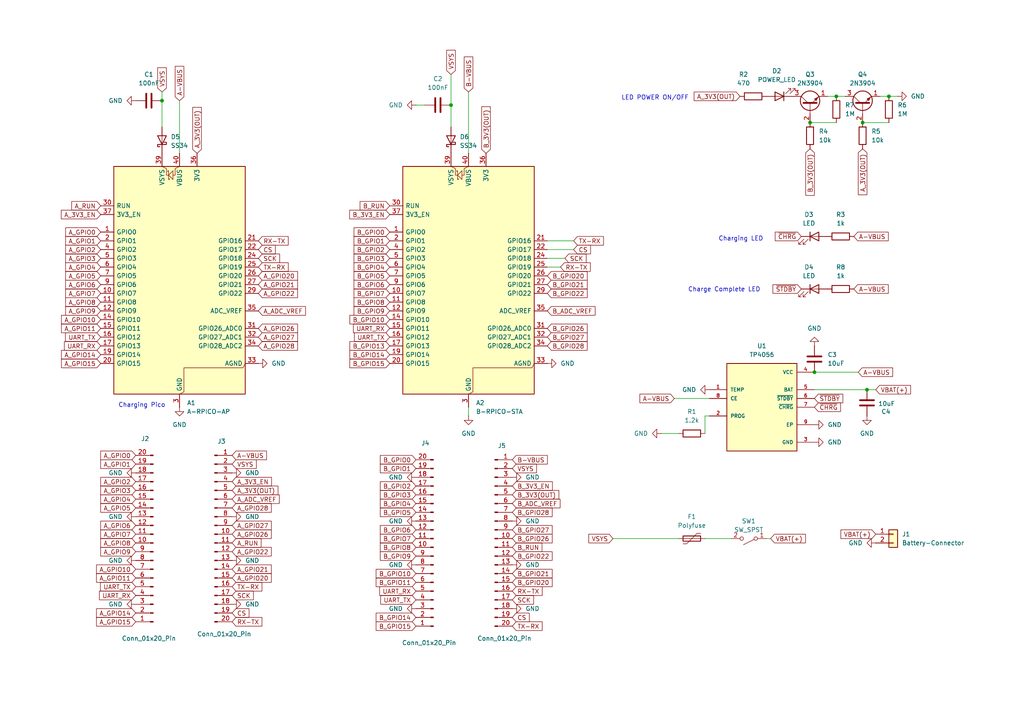
<source format=kicad_sch>
(kicad_sch (version 20250114) (generator "eeschema") (generator_version "9.0")
  (paper "A4")
  (lib_symbols
    (symbol "Connector:Conn_01x20_Pin" (pin_names (offset 1.016) (hide yes))
      (property "Reference" "J" (at 0 25.4 0))
      (property "Value" "Conn_01x20_Pin" (at 0 -27.94 0))
      (symbol "Conn_01x20_Pin_1_1"
        (pin passive line (at 5.08 22.86 180) (length 3.81) (name "Pin_1") (number "1"))
        (pin passive line (at 5.08 20.32 180) (length 3.81) (name "Pin_2") (number "2"))
        (pin passive line (at 5.08 17.78 180) (length 3.81) (name "Pin_3") (number "3"))
        (pin passive line (at 5.08 15.24 180) (length 3.81) (name "Pin_4") (number "4"))
        (pin passive line (at 5.08 12.7 180) (length 3.81) (name "Pin_5") (number "5"))
        (pin passive line (at 5.08 10.16 180) (length 3.81) (name "Pin_6") (number "6"))
        (pin passive line (at 5.08 7.62 180) (length 3.81) (name "Pin_7") (number "7"))
        (pin passive line (at 5.08 5.08 180) (length 3.81) (name "Pin_8") (number "8"))
        (pin passive line (at 5.08 2.54 180) (length 3.81) (name "Pin_9") (number "9"))
        (pin passive line (at 5.08 0 180) (length 3.81) (name "Pin_10") (number "10"))
        (pin passive line (at 5.08 -2.54 180) (length 3.81) (name "Pin_11") (number "11"))
        (pin passive line (at 5.08 -5.08 180) (length 3.81) (name "Pin_12") (number "12"))
        (pin passive line (at 5.08 -7.62 180) (length 3.81) (name "Pin_13") (number "13"))
        (pin passive line (at 5.08 -10.16 180) (length 3.81) (name "Pin_14") (number "14"))
        (pin passive line (at 5.08 -12.7 180) (length 3.81) (name "Pin_15") (number "15"))
        (pin passive line (at 5.08 -15.24 180) (length 3.81) (name "Pin_16") (number "16"))
        (pin passive line (at 5.08 -17.78 180) (length 3.81) (name "Pin_17") (number "17"))
        (pin passive line (at 5.08 -20.32 180) (length 3.81) (name "Pin_18") (number "18"))
        (pin passive line (at 5.08 -22.86 180) (length 3.81) (name "Pin_19") (number "19"))
        (pin passive line (at 5.08 -25.4 180) (length 3.81) (name "Pin_20") (number "20"))
      )
    )
    (symbol "Connector_Generic:Conn_01x02" (pin_names (offset 1.016) (hide yes))
      (property "Reference" "J1" (at 2.54 0.0001 0))
      (property "Value" "Battery-Connector" (at 2.54 -2.5399 0))
      (symbol "Conn_01x02_1_1"
        (pin bidirectional line (at -5.08 0 0) (length 3.81) (name "Pin_1") (number "1"))
        (pin passive line (at -5.08 -2.54 0) (length 3.81) (name "Pin_2") (number "2"))
      )
    )
    (symbol "Device:C" (pin_numbers (hide yes)) (pin_names (offset 0.254))
      (property "Reference" "C" (at 0.635 2.54 0))
      (property "Value" "C" (at 0.635 -2.54 0))
      (symbol "C_1_1"
        (pin passive line (at 0 3.81 270) (length 2.794) (name "~") (number "1"))
        (pin passive line (at 0 -3.81 90) (length 2.794) (name "~") (number "2"))
      )
    )
    (symbol "Device:LED" (pin_numbers (hide yes)) (pin_names (offset 1.016) (hide yes))
      (property "Reference" "D" (at 0 2.54 0))
      (property "Value" "LED" (at 0 -2.54 0))
      (symbol "LED_1_1"
        (pin passive line (at -3.81 0 0) (length 2.54) (name "K") (number "1"))
        (pin passive line (at 3.81 0 180) (length 2.54) (name "A") (number "2"))
      )
    )
    (symbol "Device:Polyfuse" (pin_numbers (hide yes)) (pin_names (offset 0))
      (property "Reference" "F" (at -2.54 0 90))
      (property "Value" "Polyfuse" (at 2.54 0 90))
      (symbol "Polyfuse_1_1"
        (pin passive line (at 0 3.81 270) (length 1.27) (name "~") (number "1"))
        (pin passive line (at 0 -3.81 90) (length 1.27) (name "~") (number "2"))
      )
    )
    (symbol "Device:R" (pin_numbers (hide yes)) (pin_names (offset 0))
      (property "Reference" "R" (at 2.032 0 90))
      (property "Value" "R" (at 0 0 90))
      (symbol "R_1_1"
        (pin passive line (at 0 3.81 270) (length 1.27) (name "~") (number "1"))
        (pin passive line (at 0 -3.81 90) (length 1.27) (name "~") (number "2"))
      )
    )
    (symbol "Diode:SS34" (pin_numbers (hide yes)) (pin_names (offset 1.016) (hide yes))
      (property "Reference" "D" (at 0 2.54 0))
      (property "Value" "SS34" (at 0 -2.54 0))
      (symbol "SS34_1_1"
        (pin passive line (at -3.81 0 0) (length 2.54) (name "K") (number "1"))
        (pin passive line (at 3.81 0 180) (length 2.54) (name "A") (number "2"))
      )
    )
    (symbol "MCU_Module:RaspberryPi_Pico" (pin_names (offset 0.762))
      (property "Reference" "A2" (at 2.1433 -34.29 0))
      (property "Value" "B-RPICO-STA" (at 2.1433 -36.83 0))
      (symbol "RaspberryPi_Pico_1_1"
        (pin passive line (at -22.86 22.86 0) (length 3.81) (name "RUN") (number "30"))
        (pin passive line (at -22.86 20.32 0) (length 3.81) (name "3V3_EN") (number "37"))
        (pin bidirectional line (at -22.86 15.24 0) (length 3.81) (name "GPIO0") (number "1"))
        (pin bidirectional line (at -22.86 12.7 0) (length 3.81) (name "GPIO1") (number "2"))
        (pin bidirectional line (at -22.86 10.16 0) (length 3.81) (name "GPIO2") (number "4"))
        (pin bidirectional line (at -22.86 7.62 0) (length 3.81) (name "GPIO3") (number "5"))
        (pin bidirectional line (at -22.86 5.08 0) (length 3.81) (name "GPIO4") (number "6"))
        (pin bidirectional line (at -22.86 2.54 0) (length 3.81) (name "GPIO5") (number "7"))
        (pin bidirectional line (at -22.86 0 0) (length 3.81) (name "GPIO6") (number "9"))
        (pin bidirectional line (at -22.86 -2.54 0) (length 3.81) (name "GPIO7") (number "10"))
        (pin bidirectional line (at -22.86 -5.08 0) (length 3.81) (name "GPIO8") (number "11"))
        (pin bidirectional line (at -22.86 -7.62 0) (length 3.81) (name "GPIO9") (number "12"))
        (pin bidirectional line (at -22.86 -10.16 0) (length 3.81) (name "GPIO10") (number "14"))
        (pin bidirectional line (at -22.86 -12.7 0) (length 3.81) (name "GPIO11") (number "15"))
        (pin bidirectional line (at -22.86 -15.24 0) (length 3.81) (name "GPIO12") (number "16"))
        (pin bidirectional line (at -22.86 -17.78 0) (length 3.81) (name "GPIO13") (number "17"))
        (pin bidirectional line (at -22.86 -20.32 0) (length 3.81) (name "GPIO14") (number "19"))
        (pin bidirectional line (at -22.86 -22.86 0) (length 3.81) (name "GPIO15") (number "20"))
        (pin passive line (at -5.08 38.1 270) (length 3.81) (name "VSYS") (number "39"))
        (pin power_out line (at 0 38.1 270) (length 3.81) (name "VBUS") (number "40"))
        (pin passive line (at 0 -35.56 90) (length 3.81) (hide yes) (name "GND") (number "13"))
        (pin passive line (at 0 -35.56 90) (length 3.81) (hide yes) (name "GND") (number "18"))
        (pin passive line (at 0 -35.56 90) (length 3.81) (hide yes) (name "GND") (number "23"))
        (pin passive line (at 0 -35.56 90) (length 3.81) (hide yes) (name "GND") (number "28"))
        (pin passive line (at 0 -35.56 90) (length 3.81) (name "GND") (number "3"))
        (pin passive line (at 0 -35.56 90) (length 3.81) (hide yes) (name "GND") (number "38"))
        (pin passive line (at 0 -35.56 90) (length 3.81) (hide yes) (name "GND") (number "8"))
        (pin power_out line (at 5.08 38.1 270) (length 3.81) (name "3V3") (number "36"))
        (pin bidirectional line (at 22.86 12.7 180) (length 3.81) (name "GPIO16") (number "21"))
        (pin bidirectional line (at 22.86 10.16 180) (length 3.81) (name "GPIO17") (number "22"))
        (pin bidirectional line (at 22.86 7.62 180) (length 3.81) (name "GPIO18") (number "24"))
        (pin bidirectional line (at 22.86 5.08 180) (length 3.81) (name "GPIO19") (number "25"))
        (pin bidirectional line (at 22.86 2.54 180) (length 3.81) (name "GPIO20") (number "26"))
        (pin bidirectional line (at 22.86 0 180) (length 3.81) (name "GPIO21") (number "27"))
        (pin bidirectional line (at 22.86 -2.54 180) (length 3.81) (name "GPIO22") (number "29"))
        (pin passive line (at 22.86 -7.62 180) (length 3.81) (name "ADC_VREF") (number "35"))
        (pin bidirectional line (at 22.86 -12.7 180) (length 3.81) (name "GPIO26_ADC0") (number "31"))
        (pin bidirectional line (at 22.86 -15.24 180) (length 3.81) (name "GPIO27_ADC1") (number "32"))
        (pin bidirectional line (at 22.86 -17.78 180) (length 3.81) (name "GPIO28_ADC2") (number "34"))
        (pin passive line (at 22.86 -22.86 180) (length 3.81) (name "AGND") (number "33"))
      )
    )
    (symbol "RaspberryPi_Pico_1" (pin_names (offset 0.762))
      (property "Reference" "A1" (at 2.1433 -34.29 0))
      (property "Value" "A-RPICO-AP" (at 2.1433 -36.83 0))
      (symbol "RaspberryPi_Pico_1_1_1"
        (pin passive line (at -22.86 22.86 0) (length 3.81) (name "RUN") (number "30"))
        (pin passive line (at -22.86 20.32 0) (length 3.81) (name "3V3_EN") (number "37"))
        (pin bidirectional line (at -22.86 15.24 0) (length 3.81) (name "GPIO0") (number "1"))
        (pin bidirectional line (at -22.86 12.7 0) (length 3.81) (name "GPIO1") (number "2"))
        (pin bidirectional line (at -22.86 10.16 0) (length 3.81) (name "GPIO2") (number "4"))
        (pin bidirectional line (at -22.86 7.62 0) (length 3.81) (name "GPIO3") (number "5"))
        (pin bidirectional line (at -22.86 5.08 0) (length 3.81) (name "GPIO4") (number "6"))
        (pin bidirectional line (at -22.86 2.54 0) (length 3.81) (name "GPIO5") (number "7"))
        (pin bidirectional line (at -22.86 0 0) (length 3.81) (name "GPIO6") (number "9"))
        (pin bidirectional line (at -22.86 -2.54 0) (length 3.81) (name "GPIO7") (number "10"))
        (pin bidirectional line (at -22.86 -5.08 0) (length 3.81) (name "GPIO8") (number "11"))
        (pin bidirectional line (at -22.86 -7.62 0) (length 3.81) (name "GPIO9") (number "12"))
        (pin bidirectional line (at -22.86 -10.16 0) (length 3.81) (name "GPIO10") (number "14"))
        (pin bidirectional line (at -22.86 -12.7 0) (length 3.81) (name "GPIO11") (number "15"))
        (pin bidirectional line (at -22.86 -15.24 0) (length 3.81) (name "GPIO12") (number "16"))
        (pin bidirectional line (at -22.86 -17.78 0) (length 3.81) (name "GPIO13") (number "17"))
        (pin bidirectional line (at -22.86 -20.32 0) (length 3.81) (name "GPIO14") (number "19"))
        (pin bidirectional line (at -22.86 -22.86 0) (length 3.81) (name "GPIO15") (number "20"))
        (pin passive line (at -5.08 38.1 270) (length 3.81) (name "VSYS") (number "39"))
        (pin power_out line (at 0 38.1 270) (length 3.81) (name "VBUS") (number "40"))
        (pin passive line (at 0 -35.56 90) (length 3.81) (hide yes) (name "GND") (number "13"))
        (pin passive line (at 0 -35.56 90) (length 3.81) (hide yes) (name "GND") (number "18"))
        (pin passive line (at 0 -35.56 90) (length 3.81) (hide yes) (name "GND") (number "23"))
        (pin passive line (at 0 -35.56 90) (length 3.81) (hide yes) (name "GND") (number "28"))
        (pin passive line (at 0 -35.56 90) (length 3.81) (name "GND") (number "3"))
        (pin passive line (at 0 -35.56 90) (length 3.81) (hide yes) (name "GND") (number "38"))
        (pin passive line (at 0 -35.56 90) (length 3.81) (hide yes) (name "GND") (number "8"))
        (pin power_out line (at 5.08 38.1 270) (length 3.81) (name "3V3") (number "36"))
        (pin bidirectional line (at 22.86 12.7 180) (length 3.81) (name "GPIO16") (number "21"))
        (pin bidirectional line (at 22.86 10.16 180) (length 3.81) (name "GPIO17") (number "22"))
        (pin bidirectional line (at 22.86 7.62 180) (length 3.81) (name "GPIO18") (number "24"))
        (pin bidirectional line (at 22.86 5.08 180) (length 3.81) (name "GPIO19") (number "25"))
        (pin bidirectional line (at 22.86 2.54 180) (length 3.81) (name "GPIO20") (number "26"))
        (pin bidirectional line (at 22.86 0 180) (length 3.81) (name "GPIO21") (number "27"))
        (pin bidirectional line (at 22.86 -2.54 180) (length 3.81) (name "GPIO22") (number "29"))
        (pin passive line (at 22.86 -7.62 180) (length 3.81) (name "ADC_VREF") (number "35"))
        (pin bidirectional line (at 22.86 -12.7 180) (length 3.81) (name "GPIO26_ADC0") (number "31"))
        (pin bidirectional line (at 22.86 -15.24 180) (length 3.81) (name "GPIO27_ADC1") (number "32"))
        (pin bidirectional line (at 22.86 -17.78 180) (length 3.81) (name "GPIO28_ADC2") (number "34"))
        (pin passive line (at 22.86 -22.86 180) (length 3.81) (name "AGND") (number "33"))
      )
    )
    (symbol "Switch:SW_SPST" (pin_names (offset 0) (hide yes))
      (property "Reference" "SW" (at 0 3.175 0))
      (property "Value" "SW_SPST" (at 0 -2.54 0))
      (symbol "SW_SPST_1_1"
        (pin passive line (at -5.08 0 0) (length 2.54) (name "A") (number "1"))
        (pin passive line (at 5.08 0 180) (length 2.54) (name "B") (number "2"))
      )
    )
    (symbol "TP4056:TP4056" (pin_names (offset 1.016))
      (property "Reference" "U" (at -10.16 13.208 0))
      (property "Value" "TP4056" (at -10.16 -15.24 0))
      (symbol "TP4056_0_0"
        (pin input line (at -15.24 5.08 0) (length 5.08) (name "TEMP") (number "1"))
        (pin input line (at -15.24 2.54 0) (length 5.08) (name "CE") (number "8"))
        (pin bidirectional line (at -15.24 -2.54 0) (length 5.08) (name "PROG") (number "2"))
        (pin power_in line (at 15.24 10.16 180) (length 5.08) (name "VCC") (number "4"))
        (pin output line (at 15.24 5.08 180) (length 5.08) (name "BAT") (number "5"))
        (pin output line (at 15.24 2.54 180) (length 5.08) (name "~{STDBY}") (number "6"))
        (pin output line (at 15.24 0 180) (length 5.08) (name "~{CHRG}") (number "7"))
        (pin passive line (at 15.24 -5.08 180) (length 5.08) (name "EP") (number "9"))
        (pin power_in line (at 15.24 -10.16 180) (length 5.08) (name "GND") (number "3"))
      )
    )
    (symbol "Transistor_BJT:2N3904" (pin_names (offset 0) (hide yes))
      (property "Reference" "Q" (at 5.08 1.905 0))
      (property "Value" "2N3904" (at 5.08 0 0))
      (symbol "2N3904_1_1"
        (pin input line (at -5.08 0 0) (length 2.54) (name "B") (number "2"))
        (pin passive line (at 2.54 5.08 270) (length 2.54) (name "C") (number "3"))
        (pin passive line (at 2.54 -5.08 90) (length 2.54) (name "E") (number "1"))
      )
    )
    (symbol "power:GND" (power) (pin_numbers (hide yes)) (pin_names (offset 0) (hide yes))
      (property "Value" "GND" (at 0 -3.81 0))
      (symbol "GND_1_1"
        (pin power_in line (at 0 0 270) (length 0) (name "~") (number "1"))
      )
    )
  )
  (text "Charging Pico\n" (at 41.148 117.602 0) (effects (font (size 1.27 1.27))))
  (text "Charge Complete LED" (at 210.058 84.074 0) (effects (font (size 1.27 1.27))))
  (text "LED POWER ON/OFF\n" (at 189.992 28.448 0) (effects (font (size 1.27 1.27))))
  (text "Charging LED" (at 214.884 69.342 0) (effects (font (size 1.27 1.27))))
  (junction (at 251.46 113.03))
  (junction (at 242.57 27.94))
  (junction (at 236.22 107.95))
  (junction (at 234.95 35.56))
  (junction (at 257.81 27.94))
  (junction (at 250.19 35.56))
  (junction (at 130.81 30.48))
  (junction (at 46.99 29.21))
  (wire (pts (xy 191.77 125.73) (xy 196.85 125.73)))
  (wire (pts (xy 158.75 74.93) (xy 163.83 74.93)))
  (wire (pts (xy 46.99 29.21) (xy 46.99 36.83)))
  (wire (pts (xy 236.22 113.03) (xy 251.46 113.03)))
  (wire (pts (xy 46.99 26.67) (xy 46.99 29.21)))
  (wire (pts (xy 242.57 27.94) (xy 240.03 27.94)))
  (wire (pts (xy 130.81 21.59) (xy 130.81 30.48)))
  (wire (pts (xy 250.19 35.56) (xy 257.81 35.56)))
  (wire (pts (xy 158.75 69.85) (xy 166.37 69.85)))
  (wire (pts (xy 245.11 27.94) (xy 242.57 27.94)))
  (wire (pts (xy 248.92 107.95) (xy 236.22 107.95)))
  (wire (pts (xy 158.75 77.47) (xy 162.56 77.47)))
  (wire (pts (xy 158.75 72.39) (xy 166.37 72.39)))
  (wire (pts (xy 204.47 125.73) (xy 204.47 120.65)))
  (wire (pts (xy 130.81 30.48) (xy 130.81 36.83)))
  (wire (pts (xy 251.46 113.03) (xy 254 113.03)))
  (wire (pts (xy 52.07 29.21) (xy 52.07 44.45)))
  (wire (pts (xy 222.25 156.21) (xy 223.52 156.21)))
  (wire (pts (xy 120.65 30.48) (xy 123.19 30.48)))
  (wire (pts (xy 204.47 156.21) (xy 212.09 156.21)))
  (wire (pts (xy 195.58 115.57) (xy 205.74 115.57)))
  (wire (pts (xy 234.95 35.56) (xy 242.57 35.56)))
  (wire (pts (xy 177.8 156.21) (xy 196.85 156.21)))
  (wire (pts (xy 135.89 26.67) (xy 135.89 44.45)))
  (wire (pts (xy 135.89 120.65) (xy 135.89 118.11)))
  (wire (pts (xy 204.47 120.65) (xy 205.74 120.65)))
  (wire (pts (xy 257.81 27.94) (xy 255.27 27.94)))
  (wire (pts (xy 260.35 27.94) (xy 257.81 27.94)))
  (global_label "RX-TX" (shape input) (at 162.56 77.47 0) (property "Intersheetrefs" "${INTERSHEET_REFS}" (effects (hide yes))))
  (global_label "A_GPIO1" (shape input) (at 39.37 134.62 180) (property "Intersheetrefs" "${INTERSHEET_REFS}" (effects (hide yes))))
  (global_label "A_GPIO0" (shape input) (at 39.37 132.08 180) (property "Intersheetrefs" "${INTERSHEET_REFS}" (effects (hide yes))))
  (global_label "B_GPIO4" (shape input) (at 113.03 77.47 180) (property "Intersheetrefs" "${INTERSHEET_REFS}" (effects (hide yes))))
  (global_label "A_GPIO5" (shape input) (at 39.37 147.32 180) (property "Intersheetrefs" "${INTERSHEET_REFS}" (effects (hide yes))))
  (global_label "B_RUN" (shape input) (at 148.59 158.75 0) (property "Intersheetrefs" "${INTERSHEET_REFS}" (effects (hide yes))))
  (global_label "A_3V3(OUT)" (shape input) (at 250.19 43.18 270) (property "Intersheetrefs" "${INTERSHEET_REFS}" (effects (hide yes))))
  (global_label "UART_TX" (shape input) (at 29.21 97.79 180) (property "Intersheetrefs" "${INTERSHEET_REFS}" (effects (hide yes))))
  (global_label "B_GPIO2" (shape input) (at 113.03 72.39 180) (property "Intersheetrefs" "${INTERSHEET_REFS}" (effects (hide yes))))
  (global_label "B_GPIO15" (shape input) (at 113.03 105.41 180) (property "Intersheetrefs" "${INTERSHEET_REFS}" (effects (hide yes))))
  (global_label "B_GPIO21" (shape input) (at 148.59 166.37 0) (property "Intersheetrefs" "${INTERSHEET_REFS}" (effects (hide yes))))
  (global_label "CS" (shape input) (at 166.37 72.39 0) (property "Intersheetrefs" "${INTERSHEET_REFS}" (effects (hide yes))))
  (global_label "A_GPIO11" (shape input) (at 39.37 167.64 180) (property "Intersheetrefs" "${INTERSHEET_REFS}" (effects (hide yes))))
  (global_label "~{CHRG}" (shape input) (at 236.22 118.11 0) (property "Intersheetrefs" "${INTERSHEET_REFS}" (effects (hide yes))))
  (global_label "B_GPIO8" (shape input) (at 113.03 87.63 180) (property "Intersheetrefs" "${INTERSHEET_REFS}" (effects (hide yes))))
  (global_label "A_GPIO6" (shape input) (at 39.37 152.4 180) (property "Intersheetrefs" "${INTERSHEET_REFS}" (effects (hide yes))))
  (global_label "B_GPIO27" (shape input) (at 158.75 97.79 0) (property "Intersheetrefs" "${INTERSHEET_REFS}" (effects (hide yes))))
  (global_label "SCK" (shape input) (at 148.59 173.99 0) (property "Intersheetrefs" "${INTERSHEET_REFS}" (effects (hide yes))))
  (global_label "A_ADC_VREF" (shape input) (at 74.93 90.17 0) (property "Intersheetrefs" "${INTERSHEET_REFS}" (effects (hide yes))))
  (global_label "B_GPIO7" (shape input) (at 113.03 85.09 180) (property "Intersheetrefs" "${INTERSHEET_REFS}" (effects (hide yes))))
  (global_label "VBAT(+)" (shape input) (at 254 113.03 0) (property "Intersheetrefs" "${INTERSHEET_REFS}" (effects (hide yes))))
  (global_label "A_GPIO3" (shape input) (at 39.37 142.24 180) (property "Intersheetrefs" "${INTERSHEET_REFS}" (effects (hide yes))))
  (global_label "~{STDBY}" (shape input) (at 232.41 83.82 180) (property "Intersheetrefs" "${INTERSHEET_REFS}" (effects (hide yes))))
  (global_label "B_RUN" (shape input) (at 113.03 59.69 180) (property "Intersheetrefs" "${INTERSHEET_REFS}" (effects (hide yes))))
  (global_label "VSYS" (shape input) (at 130.81 21.59 90) (property "Intersheetrefs" "${INTERSHEET_REFS}" (effects (hide yes))))
  (global_label "A_GPIO22" (shape input) (at 67.31 160.02 0) (property "Intersheetrefs" "${INTERSHEET_REFS}" (effects (hide yes))))
  (global_label "SCK" (shape input) (at 74.93 74.93 0) (property "Intersheetrefs" "${INTERSHEET_REFS}" (effects (hide yes))))
  (global_label "B_GPIO14" (shape input) (at 113.03 102.87 180) (property "Intersheetrefs" "${INTERSHEET_REFS}" (effects (hide yes))))
  (global_label "TX-RX" (shape input) (at 74.93 77.47 0) (property "Intersheetrefs" "${INTERSHEET_REFS}" (effects (hide yes))))
  (global_label "B_GPIO28" (shape input) (at 158.75 100.33 0) (property "Intersheetrefs" "${INTERSHEET_REFS}" (effects (hide yes))))
  (global_label "A_RUN" (shape input) (at 29.21 59.69 180) (property "Intersheetrefs" "${INTERSHEET_REFS}" (effects (hide yes))))
  (global_label "B_GPIO2" (shape input) (at 120.65 140.97 180) (property "Intersheetrefs" "${INTERSHEET_REFS}" (effects (hide yes))))
  (global_label "UART_TX" (shape input) (at 120.65 173.99 180) (property "Intersheetrefs" "${INTERSHEET_REFS}" (effects (hide yes))))
  (global_label "A_GPIO6" (shape input) (at 29.21 82.55 180) (property "Intersheetrefs" "${INTERSHEET_REFS}" (effects (hide yes))))
  (global_label "A_GPIO15" (shape input) (at 39.37 180.34 180) (property "Intersheetrefs" "${INTERSHEET_REFS}" (effects (hide yes))))
  (global_label "B_GPIO13" (shape input) (at 113.03 100.33 180) (property "Intersheetrefs" "${INTERSHEET_REFS}" (effects (hide yes))))
  (global_label "B_GPIO10" (shape input) (at 113.03 92.71 180) (property "Intersheetrefs" "${INTERSHEET_REFS}" (effects (hide yes))))
  (global_label "B_ADC_VREF" (shape input) (at 158.75 90.17 0) (property "Intersheetrefs" "${INTERSHEET_REFS}" (effects (hide yes))))
  (global_label "A_GPIO26" (shape input) (at 67.31 154.94 0) (property "Intersheetrefs" "${INTERSHEET_REFS}" (effects (hide yes))))
  (global_label "B_GPIO4" (shape input) (at 120.65 146.05 180) (property "Intersheetrefs" "${INTERSHEET_REFS}" (effects (hide yes))))
  (global_label "SCK" (shape input) (at 67.31 172.72 0) (property "Intersheetrefs" "${INTERSHEET_REFS}" (effects (hide yes))))
  (global_label "B_GPIO6" (shape input) (at 113.03 82.55 180) (property "Intersheetrefs" "${INTERSHEET_REFS}" (effects (hide yes))))
  (global_label "A_3V3(OUT)" (shape input) (at 57.15 44.45 90) (property "Intersheetrefs" "${INTERSHEET_REFS}" (effects (hide yes))))
  (global_label "A_GPIO22" (shape input) (at 74.93 85.09 0) (property "Intersheetrefs" "${INTERSHEET_REFS}" (effects (hide yes))))
  (global_label "B_GPIO26" (shape input) (at 148.59 156.21 0) (property "Intersheetrefs" "${INTERSHEET_REFS}" (effects (hide yes))))
  (global_label "A_GPIO15" (shape input) (at 29.21 105.41 180) (property "Intersheetrefs" "${INTERSHEET_REFS}" (effects (hide yes))))
  (global_label "~{STDBY}" (shape input) (at 236.22 115.57 0) (property "Intersheetrefs" "${INTERSHEET_REFS}" (effects (hide yes))))
  (global_label "TX-RX" (shape input) (at 148.59 181.61 0) (property "Intersheetrefs" "${INTERSHEET_REFS}" (effects (hide yes))))
  (global_label "A_GPIO3" (shape input) (at 29.21 74.93 180) (property "Intersheetrefs" "${INTERSHEET_REFS}" (effects (hide yes))))
  (global_label "B_GPIO3" (shape input) (at 113.03 74.93 180) (property "Intersheetrefs" "${INTERSHEET_REFS}" (effects (hide yes))))
  (global_label "B_GPIO9" (shape input) (at 120.65 161.29 180) (property "Intersheetrefs" "${INTERSHEET_REFS}" (effects (hide yes))))
  (global_label "A_GPIO7" (shape input) (at 29.21 85.09 180) (property "Intersheetrefs" "${INTERSHEET_REFS}" (effects (hide yes))))
  (global_label "A_GPIO4" (shape input) (at 39.37 144.78 180) (property "Intersheetrefs" "${INTERSHEET_REFS}" (effects (hide yes))))
  (global_label "A_GPIO9" (shape input) (at 29.21 90.17 180) (property "Intersheetrefs" "${INTERSHEET_REFS}" (effects (hide yes))))
  (global_label "B_3V3_EN" (shape input) (at 113.03 62.23 180) (property "Intersheetrefs" "${INTERSHEET_REFS}" (effects (hide yes))))
  (global_label "A-VBUS" (shape input) (at 67.31 132.08 0) (property "Intersheetrefs" "${INTERSHEET_REFS}" (effects (hide yes))))
  (global_label "B_3V3(OUT)" (shape input) (at 234.95 43.18 270) (property "Intersheetrefs" "${INTERSHEET_REFS}" (effects (hide yes))))
  (global_label "CS" (shape input) (at 74.93 72.39 0) (property "Intersheetrefs" "${INTERSHEET_REFS}" (effects (hide yes))))
  (global_label "B_GPIO21" (shape input) (at 158.75 82.55 0) (property "Intersheetrefs" "${INTERSHEET_REFS}" (effects (hide yes))))
  (global_label "B_GPIO20" (shape input) (at 158.75 80.01 0) (property "Intersheetrefs" "${INTERSHEET_REFS}" (effects (hide yes))))
  (global_label "B_GPIO10" (shape input) (at 120.65 166.37 180) (property "Intersheetrefs" "${INTERSHEET_REFS}" (effects (hide yes))))
  (global_label "B_GPIO0" (shape input) (at 120.65 133.35 180) (property "Intersheetrefs" "${INTERSHEET_REFS}" (effects (hide yes))))
  (global_label "A_3V3_EN" (shape input) (at 67.31 139.7 0) (property "Intersheetrefs" "${INTERSHEET_REFS}" (effects (hide yes))))
  (global_label "UART_RX" (shape input) (at 120.65 171.45 180) (property "Intersheetrefs" "${INTERSHEET_REFS}" (effects (hide yes))))
  (global_label "A_3V3(OUT)" (shape input) (at 214.63 27.94 180) (property "Intersheetrefs" "${INTERSHEET_REFS}" (effects (hide yes))))
  (global_label "UART_RX" (shape input) (at 29.21 100.33 180) (property "Intersheetrefs" "${INTERSHEET_REFS}" (effects (hide yes))))
  (global_label "B_GPIO28" (shape input) (at 148.59 148.59 0) (property "Intersheetrefs" "${INTERSHEET_REFS}" (effects (hide yes))))
  (global_label "B_GPIO15" (shape input) (at 120.65 181.61 180) (property "Intersheetrefs" "${INTERSHEET_REFS}" (effects (hide yes))))
  (global_label "A-VBUS" (shape input) (at 195.58 115.57 180) (property "Intersheetrefs" "${INTERSHEET_REFS}" (effects (hide yes))))
  (global_label "A_GPIO27" (shape input) (at 67.31 152.4 0) (property "Intersheetrefs" "${INTERSHEET_REFS}" (effects (hide yes))))
  (global_label "B_3V3(OUT)" (shape input) (at 148.59 143.51 0) (property "Intersheetrefs" "${INTERSHEET_REFS}" (effects (hide yes))))
  (global_label "B_GPIO22" (shape input) (at 148.59 161.29 0) (property "Intersheetrefs" "${INTERSHEET_REFS}" (effects (hide yes))))
  (global_label "VSYS" (shape input) (at 177.8 156.21 180) (property "Intersheetrefs" "${INTERSHEET_REFS}" (effects (hide yes))))
  (global_label "B_GPIO5" (shape input) (at 120.65 148.59 180) (property "Intersheetrefs" "${INTERSHEET_REFS}" (effects (hide yes))))
  (global_label "A_ADC_VREF" (shape input) (at 67.31 144.78 0) (property "Intersheetrefs" "${INTERSHEET_REFS}" (effects (hide yes))))
  (global_label "B_GPIO11" (shape input) (at 120.65 168.91 180) (property "Intersheetrefs" "${INTERSHEET_REFS}" (effects (hide yes))))
  (global_label "B_GPIO1" (shape input) (at 120.65 135.89 180) (property "Intersheetrefs" "${INTERSHEET_REFS}" (effects (hide yes))))
  (global_label "TX-RX" (shape input) (at 166.37 69.85 0) (property "Intersheetrefs" "${INTERSHEET_REFS}" (effects (hide yes))))
  (global_label "A_GPIO21" (shape input) (at 74.93 82.55 0) (property "Intersheetrefs" "${INTERSHEET_REFS}" (effects (hide yes))))
  (global_label "A_3V3_EN" (shape input) (at 29.21 62.23 180) (property "Intersheetrefs" "${INTERSHEET_REFS}" (effects (hide yes))))
  (global_label "B_GPIO1" (shape input) (at 113.03 69.85 180) (property "Intersheetrefs" "${INTERSHEET_REFS}" (effects (hide yes))))
  (global_label "VSYS" (shape input) (at 67.31 134.62 0) (property "Intersheetrefs" "${INTERSHEET_REFS}" (effects (hide yes))))
  (global_label "A_GPIO20" (shape input) (at 74.93 80.01 0) (property "Intersheetrefs" "${INTERSHEET_REFS}" (effects (hide yes))))
  (global_label "B_GPIO20" (shape input) (at 148.59 168.91 0) (property "Intersheetrefs" "${INTERSHEET_REFS}" (effects (hide yes))))
  (global_label "A_GPIO14" (shape input) (at 29.21 102.87 180) (property "Intersheetrefs" "${INTERSHEET_REFS}" (effects (hide yes))))
  (global_label "B_GPIO7" (shape input) (at 120.65 156.21 180) (property "Intersheetrefs" "${INTERSHEET_REFS}" (effects (hide yes))))
  (global_label "A_GPIO1" (shape input) (at 29.21 69.85 180) (property "Intersheetrefs" "${INTERSHEET_REFS}" (effects (hide yes))))
  (global_label "A_GPIO2" (shape input) (at 29.21 72.39 180) (property "Intersheetrefs" "${INTERSHEET_REFS}" (effects (hide yes))))
  (global_label "A_GPIO14" (shape input) (at 39.37 177.8 180) (property "Intersheetrefs" "${INTERSHEET_REFS}" (effects (hide yes))))
  (global_label "UART_TX" (shape input) (at 39.37 170.18 180) (property "Intersheetrefs" "${INTERSHEET_REFS}" (effects (hide yes))))
  (global_label "A_GPIO8" (shape input) (at 29.21 87.63 180) (property "Intersheetrefs" "${INTERSHEET_REFS}" (effects (hide yes))))
  (global_label "A_GPIO28" (shape input) (at 74.93 100.33 0) (property "Intersheetrefs" "${INTERSHEET_REFS}" (effects (hide yes))))
  (global_label "B_GPIO22" (shape input) (at 158.75 85.09 0) (property "Intersheetrefs" "${INTERSHEET_REFS}" (effects (hide yes))))
  (global_label "VBAT(+)" (shape input) (at 223.52 156.21 0) (property "Intersheetrefs" "${INTERSHEET_REFS}" (effects (hide yes))))
  (global_label "VBAT(+)" (shape input) (at 254 154.94 180) (property "Intersheetrefs" "${INTERSHEET_REFS}" (effects (hide yes))))
  (global_label "B_GPIO8" (shape input) (at 120.65 158.75 180) (property "Intersheetrefs" "${INTERSHEET_REFS}" (effects (hide yes))))
  (global_label "A_GPIO0" (shape input) (at 29.21 67.31 180) (property "Intersheetrefs" "${INTERSHEET_REFS}" (effects (hide yes))))
  (global_label "A_GPIO5" (shape input) (at 29.21 80.01 180) (property "Intersheetrefs" "${INTERSHEET_REFS}" (effects (hide yes))))
  (global_label "TX-RX" (shape input) (at 67.31 170.18 0) (property "Intersheetrefs" "${INTERSHEET_REFS}" (effects (hide yes))))
  (global_label "A-VBUS" (shape input) (at 248.92 107.95 0) (property "Intersheetrefs" "${INTERSHEET_REFS}" (effects (hide yes))))
  (global_label "A_GPIO10" (shape input) (at 39.37 165.1 180) (property "Intersheetrefs" "${INTERSHEET_REFS}" (effects (hide yes))))
  (global_label "A-VBUS" (shape input) (at 52.07 29.21 90) (property "Intersheetrefs" "${INTERSHEET_REFS}" (effects (hide yes))))
  (global_label "A_GPIO2" (shape input) (at 39.37 139.7 180) (property "Intersheetrefs" "${INTERSHEET_REFS}" (effects (hide yes))))
  (global_label "VSYS" (shape input) (at 148.59 135.89 0) (property "Intersheetrefs" "${INTERSHEET_REFS}" (effects (hide yes))))
  (global_label "CS" (shape input) (at 148.59 179.07 0) (property "Intersheetrefs" "${INTERSHEET_REFS}" (effects (hide yes))))
  (global_label "UART_RX" (shape input) (at 39.37 172.72 180) (property "Intersheetrefs" "${INTERSHEET_REFS}" (effects (hide yes))))
  (global_label "A_GPIO9" (shape input) (at 39.37 160.02 180) (property "Intersheetrefs" "${INTERSHEET_REFS}" (effects (hide yes))))
  (global_label "A_GPIO11" (shape input) (at 29.21 95.25 180) (property "Intersheetrefs" "${INTERSHEET_REFS}" (effects (hide yes))))
  (global_label "B_GPIO0" (shape input) (at 113.03 67.31 180) (property "Intersheetrefs" "${INTERSHEET_REFS}" (effects (hide yes))))
  (global_label "A_GPIO20" (shape input) (at 67.31 167.64 0) (property "Intersheetrefs" "${INTERSHEET_REFS}" (effects (hide yes))))
  (global_label "UART_TX" (shape input) (at 113.03 97.79 180) (property "Intersheetrefs" "${INTERSHEET_REFS}" (effects (hide yes))))
  (global_label "A_GPIO27" (shape input) (at 74.93 97.79 0) (property "Intersheetrefs" "${INTERSHEET_REFS}" (effects (hide yes))))
  (global_label "RX-TX" (shape input) (at 148.59 171.45 0) (property "Intersheetrefs" "${INTERSHEET_REFS}" (effects (hide yes))))
  (global_label "A_GPIO8" (shape input) (at 39.37 157.48 180) (property "Intersheetrefs" "${INTERSHEET_REFS}" (effects (hide yes))))
  (global_label "VSYS" (shape input) (at 46.99 26.67 90) (property "Intersheetrefs" "${INTERSHEET_REFS}" (effects (hide yes))))
  (global_label "A_GPIO28" (shape input) (at 67.31 147.32 0) (property "Intersheetrefs" "${INTERSHEET_REFS}" (effects (hide yes))))
  (global_label "B_3V3(OUT)" (shape input) (at 140.97 44.45 90) (property "Intersheetrefs" "${INTERSHEET_REFS}" (effects (hide yes))))
  (global_label "B-VBUS" (shape input) (at 148.59 133.35 0) (property "Intersheetrefs" "${INTERSHEET_REFS}" (effects (hide yes))))
  (global_label "RX-TX" (shape input) (at 67.31 180.34 0) (property "Intersheetrefs" "${INTERSHEET_REFS}" (effects (hide yes))))
  (global_label "A_GPIO7" (shape input) (at 39.37 154.94 180) (property "Intersheetrefs" "${INTERSHEET_REFS}" (effects (hide yes))))
  (global_label "B_GPIO27" (shape input) (at 148.59 153.67 0) (property "Intersheetrefs" "${INTERSHEET_REFS}" (effects (hide yes))))
  (global_label "A_GPIO21" (shape input) (at 67.31 165.1 0) (property "Intersheetrefs" "${INTERSHEET_REFS}" (effects (hide yes))))
  (global_label "SCK" (shape input) (at 163.83 74.93 0) (property "Intersheetrefs" "${INTERSHEET_REFS}" (effects (hide yes))))
  (global_label "A_GPIO4" (shape input) (at 29.21 77.47 180) (property "Intersheetrefs" "${INTERSHEET_REFS}" (effects (hide yes))))
  (global_label "B_GPIO26" (shape input) (at 158.75 95.25 0) (property "Intersheetrefs" "${INTERSHEET_REFS}" (effects (hide yes))))
  (global_label "B_GPIO5" (shape input) (at 113.03 80.01 180) (property "Intersheetrefs" "${INTERSHEET_REFS}" (effects (hide yes))))
  (global_label "~{CHRG}" (shape input) (at 232.41 68.58 180) (property "Intersheetrefs" "${INTERSHEET_REFS}" (effects (hide yes))))
  (global_label "A_GPIO26" (shape input) (at 74.93 95.25 0) (property "Intersheetrefs" "${INTERSHEET_REFS}" (effects (hide yes))))
  (global_label "B_GPIO14" (shape input) (at 120.65 179.07 180) (property "Intersheetrefs" "${INTERSHEET_REFS}" (effects (hide yes))))
  (global_label "A-VBUS" (shape input) (at 247.65 83.82 0) (property "Intersheetrefs" "${INTERSHEET_REFS}" (effects (hide yes))))
  (global_label "B_3V3_EN" (shape input) (at 148.59 140.97 0) (property "Intersheetrefs" "${INTERSHEET_REFS}" (effects (hide yes))))
  (global_label "CS" (shape input) (at 67.31 177.8 0) (property "Intersheetrefs" "${INTERSHEET_REFS}" (effects (hide yes))))
  (global_label "B_GPIO3" (shape input) (at 120.65 143.51 180) (property "Intersheetrefs" "${INTERSHEET_REFS}" (effects (hide yes))))
  (global_label "B_ADC_VREF" (shape input) (at 148.59 146.05 0) (property "Intersheetrefs" "${INTERSHEET_REFS}" (effects (hide yes))))
  (global_label "RX-TX" (shape input) (at 74.93 69.85 0) (property "Intersheetrefs" "${INTERSHEET_REFS}" (effects (hide yes))))
  (global_label "B_GPIO6" (shape input) (at 120.65 153.67 180) (property "Intersheetrefs" "${INTERSHEET_REFS}" (effects (hide yes))))
  (global_label "B_GPIO9" (shape input) (at 113.03 90.17 180) (property "Intersheetrefs" "${INTERSHEET_REFS}" (effects (hide yes))))
  (global_label "A-VBUS" (shape input) (at 247.65 68.58 0) (property "Intersheetrefs" "${INTERSHEET_REFS}" (effects (hide yes))))
  (global_label "UART_RX" (shape input) (at 113.03 95.25 180) (property "Intersheetrefs" "${INTERSHEET_REFS}" (effects (hide yes))))
  (global_label "A_3V3(OUT)" (shape input) (at 67.31 142.24 0) (property "Intersheetrefs" "${INTERSHEET_REFS}" (effects (hide yes))))
  (global_label "A_GPIO10" (shape input) (at 29.21 92.71 180) (property "Intersheetrefs" "${INTERSHEET_REFS}" (effects (hide yes))))
  (global_label "B-VBUS" (shape input) (at 135.89 26.67 90) (property "Intersheetrefs" "${INTERSHEET_REFS}" (effects (hide yes))))
  (global_label "A_RUN" (shape input) (at 67.31 157.48 0) (property "Intersheetrefs" "${INTERSHEET_REFS}" (effects (hide yes))))
  (symbol (lib_id "power:GND") (at 67.31 149.86 90) (unit 1)
    (property "Reference" "#PWR019" (effects (hide yes)))
    (property "Value" "GND" (at 71.12 149.8599 90) (effects (justify right)))
    (property "Description" "Power symbol creates a global label with name \"GND\" , ground" (effects (hide yes)))
  )
  (symbol (lib_id "Device:R") (at 234.95 39.37 180) (unit 1)
    (property "Reference" "R4" (at 237.49 38.0999 0) (effects (justify right)))
    (property "Value" "10k" (at 237.49 40.6399 0) (effects (justify right)))
    (property "Footprint" "Resistor_THT:R_Axial_DIN0207_L6.3mm_D2.5mm_P7.62mm_Horizontal" (effects (hide yes)))
    (property "Description" "Resistor" (effects (hide yes)))
  )
  (symbol (lib_id "TP4056:TP4056") (at 220.98 118.11 0) (unit 1)
    (property "Reference" "U1" (at 220.98 100.33 0))
    (property "Value" "TP4056" (at 220.98 102.87 0))
    (property "Footprint" "TP4056:SOP127P600X175-9N" (effects (hide yes)))
    (property "MF" "NanJing Top Power ASIC Corp." (effects (hide yes)))
    (property "MAXIMUM_PACKAGE_HEIGHT" "1.75mm" (effects (hide yes)))
    (property "Package" "Package" (effects (hide yes)))
    (property "Price" "None" (effects (hide yes)))
    (property "Check_prices" "https://www.snapeda.com/parts/TP4056/NanJing+Top+Power+ASIC+Corp./view-part/?ref=eda" (effects (hide yes)))
    (property "STANDARD" "IPC 7351B" (effects (hide yes)))
    (property "SnapEDA_Link" "https://www.snapeda.com/parts/TP4056/NanJing+Top+Power+ASIC+Corp./view-part/?ref=snap" (effects (hide yes)))
    (property "MP" "TP4056" (effects (hide yes)))
    (property "Description_1" "Complete single cell Li-Ion battery with a constant current / constant voltage linear charger" (effects (hide yes)))
    (property "Availability" "Not in stock" (effects (hide yes)))
    (property "MANUFACTURER" "NanJing Top Power ASIC Corp." (effects (hide yes)))
  )
  (symbol (lib_id "power:GND") (at 135.89 120.65 0) (unit 1)
    (property "Reference" "#PWR07" (effects (hide yes)))
    (property "Value" "GND" (at 135.89 125.73 0))
    (property "Description" "Power symbol creates a global label with name \"GND\" , ground" (effects (hide yes)))
  )
  (symbol (lib_id "power:GND") (at 148.59 151.13 90) (unit 1)
    (property "Reference" "#PWR028" (effects (hide yes)))
    (property "Value" "GND" (at 152.4 151.1299 90) (effects (justify right)))
    (property "Description" "Power symbol creates a global label with name \"GND\" , ground" (effects (hide yes)))
  )
  (symbol (lib_id "power:GND") (at 236.22 123.19 90) (unit 1)
    (property "Reference" "#PWR09" (effects (hide yes)))
    (property "Value" "GND" (at 240.03 123.1899 90) (effects (justify right)))
    (property "Description" "Power symbol creates a global label with name \"GND\" , ground" (effects (hide yes)))
  )
  (symbol (lib_id "power:GND") (at 67.31 162.56 90) (unit 1)
    (property "Reference" "#PWR020" (effects (hide yes)))
    (property "Value" "GND" (at 71.12 162.5599 90) (effects (justify right)))
    (property "Description" "Power symbol creates a global label with name \"GND\" , ground" (effects (hide yes)))
  )
  (symbol (lib_id "MCU_Module:RaspberryPi_Pico") (at 135.89 82.55 0) (unit 1)
    (property "Reference" "A2" (at 138.0333 116.84 0) (effects (justify left)))
    (property "Value" "B-RPICO-STA" (at 138.0333 119.38 0) (effects (justify left)))
    (property "Footprint" "Module:RaspberryPi_Pico_Common_THT" (effects (hide yes)))
    (property "Datasheet" "https://datasheets.raspberrypi.com/pico/pico-datasheet.pdf" (effects (hide yes)))
    (property "Description" "Versatile and inexpensive microcontroller module powered by RP2040 dual-core Arm Cortex-M0+ processor up to 133 MHz, 264kB SRAM, 2MB QSPI flash; also supports Raspberry Pi Pico 2" (effects (hide yes)))
  )
  (symbol (lib_id "power:GND") (at 39.37 162.56 270) (unit 1)
    (property "Reference" "#PWR016" (effects (hide yes)))
    (property "Value" "GND" (at 35.56 162.5599 90) (effects (justify right)))
    (property "Description" "Power symbol creates a global label with name \"GND\" , ground" (effects (hide yes)))
  )
  (symbol (lib_id "power:GND") (at 39.37 149.86 270) (unit 1)
    (property "Reference" "#PWR015" (effects (hide yes)))
    (property "Value" "GND" (at 35.56 149.8599 90) (effects (justify right)))
    (property "Description" "Power symbol creates a global label with name \"GND\" , ground" (effects (hide yes)))
  )
  (symbol (lib_id "power:GND") (at 39.37 29.21 270) (unit 1)
    (property "Reference" "#PWR05" (effects (hide yes)))
    (property "Value" "GND" (at 35.56 29.2099 90) (effects (justify right)))
    (property "Description" "Power symbol creates a global label with name \"GND\" , ground" (effects (hide yes)))
  )
  (symbol (lib_name "RaspberryPi_Pico_1") (lib_id "MCU_Module:RaspberryPi_Pico") (at 52.07 82.55 0) (unit 1)
    (property "Reference" "A1" (at 54.2133 116.84 0) (effects (justify left)))
    (property "Value" "A-RPICO-AP" (at 54.2133 119.38 0) (effects (justify left)))
    (property "Footprint" "Module:RaspberryPi_Pico_Common_THT" (effects (hide yes)))
    (property "Datasheet" "https://datasheets.raspberrypi.com/pico/pico-datasheet.pdf" (effects (hide yes)))
    (property "Description" "Versatile and inexpensive microcontroller module powered by RP2040 dual-core Arm Cortex-M0+ processor up to 133 MHz, 264kB SRAM, 2MB QSPI flash; also supports Raspberry Pi Pico 2" (effects (hide yes)))
  )
  (symbol (lib_id "power:GND") (at 191.77 125.73 270) (unit 1)
    (property "Reference" "#PWR08" (effects (hide yes)))
    (property "Value" "GND" (at 187.96 125.7299 90) (effects (justify right)))
    (property "Description" "Power symbol creates a global label with name \"GND\" , ground" (effects (hide yes)))
  )
  (symbol (lib_id "Connector:Conn_01x20_Pin") (at 143.51 156.21 0) (unit 1)
    (property "Reference" "J5" (at 145.542 129.286 0))
    (property "Value" "Conn_01x20_Pin" (at 146.304 185.166 0))
    (property "Footprint" "Connector_PinSocket_2.54mm:PinSocket_1x20_P2.54mm_Vertical" (effects (hide yes)))
    (property "Description" "Generic connector, single row, 01x20, script generated" (effects (hide yes)))
  )
  (symbol (lib_id "Device:R") (at 257.81 31.75 0) (unit 1)
    (property "Reference" "R6" (at 260.35 30.4799 0) (effects (justify left)))
    (property "Value" "1M" (at 260.35 33.0199 0) (effects (justify left)))
    (property "Footprint" "Resistor_THT:R_Axial_DIN0207_L6.3mm_D2.5mm_P7.62mm_Horizontal" (effects (hide yes)))
    (property "Description" "Resistor" (effects (hide yes)))
  )
  (symbol (lib_id "Switch:SW_SPST") (at 217.17 156.21 180) (unit 1)
    (property "Reference" "SW1" (at 217.17 151.13 0))
    (property "Value" "SW_SPST" (at 217.17 153.67 0))
    (property "Footprint" "Button_Switch_THT:SW_Slide_SPDT_Angled_CK_OS102011MA1Q" (effects (hide yes)))
    (property "Description" "Single Pole Single Throw (SPST) switch" (effects (hide yes)))
  )
  (symbol (lib_id "power:GND") (at 120.65 176.53 270) (unit 1)
    (property "Reference" "#PWR026" (effects (hide yes)))
    (property "Value" "GND" (at 116.84 176.5299 90) (effects (justify right)))
    (property "Description" "Power symbol creates a global label with name \"GND\" , ground" (effects (hide yes)))
  )
  (symbol (lib_id "power:GND") (at 254 157.48 270) (unit 1)
    (property "Reference" "#PWR011" (effects (hide yes)))
    (property "Value" "GND" (at 250.19 157.4799 90) (effects (justify right)))
    (property "Description" "Power symbol creates a global label with name \"GND\" , ground" (effects (hide yes)))
  )
  (symbol (lib_id "power:GND") (at 158.75 105.41 90) (unit 1)
    (property "Reference" "#PWR031" (effects (hide yes)))
    (property "Value" "GND" (at 162.56 105.4099 90) (effects (justify right)))
    (property "Description" "Power symbol creates a global label with name \"GND\" , ground" (effects (hide yes)))
  )
  (symbol (lib_id "power:GND") (at 148.59 176.53 90) (unit 1)
    (property "Reference" "#PWR030" (effects (hide yes)))
    (property "Value" "GND" (at 152.4 176.5299 90) (effects (justify right)))
    (property "Description" "Power symbol creates a global label with name \"GND\" , ground" (effects (hide yes)))
  )
  (symbol (lib_id "Device:C") (at 251.46 116.84 180) (unit 1)
    (property "Reference" "C4" (at 258.318 119.38 0) (effects (justify left)))
    (property "Value" "10uF" (at 259.588 117.094 0) (effects (justify left)))
    (property "Footprint" "Capacitor_THT:C_Radial_D5.0mm_H11.0mm_P2.00mm" (effects (hide yes)))
    (property "Description" "Unpolarized capacitor" (effects (hide yes)))
  )
  (symbol (lib_id "power:GND") (at 260.35 27.94 90) (unit 1)
    (property "Reference" "#PWR012" (effects (hide yes)))
    (property "Value" "GND" (at 264.16 27.9399 90) (effects (justify right)))
    (property "Description" "Power symbol creates a global label with name \"GND\" , ground" (effects (hide yes)))
  )
  (symbol (lib_id "Diode:SS34") (at 130.81 40.64 90) (unit 1)
    (property "Reference" "D6" (at 133.35 39.6874 90) (effects (justify right)))
    (property "Value" "SS34" (at 133.35 42.2274 90) (effects (justify right)))
    (property "Footprint" "Diode_THT:D_DO-41_SOD81_P7.62mm_Horizontal" (effects (hide yes)))
    (property "Datasheet" "https://www.vishay.com/docs/88751/ss32.pdf" (effects (hide yes)))
    (property "Description" "40V 3A Schottky Diode, SMA" (effects (hide yes)))
  )
  (symbol (lib_id "power:GND") (at 236.22 128.27 90) (unit 1)
    (property "Reference" "#PWR010" (effects (hide yes)))
    (property "Value" "GND" (at 240.03 128.2699 90) (effects (justify right)))
    (property "Description" "Power symbol creates a global label with name \"GND\" , ground" (effects (hide yes)))
  )
  (symbol (lib_id "power:GND") (at 148.59 163.83 90) (unit 1)
    (property "Reference" "#PWR029" (effects (hide yes)))
    (property "Value" "GND" (at 152.4 163.8299 90) (effects (justify right)))
    (property "Description" "Power symbol creates a global label with name \"GND\" , ground" (effects (hide yes)))
  )
  (symbol (lib_id "Device:C") (at 236.22 104.14 0) (unit 1)
    (property "Reference" "C3" (at 240.03 102.8699 0) (effects (justify left)))
    (property "Value" "10uF" (at 240.03 105.4099 0) (effects (justify left)))
    (property "Footprint" "Capacitor_THT:C_Radial_D5.0mm_H11.0mm_P2.00mm" (effects (hide yes)))
    (property "Description" "Unpolarized capacitor" (effects (hide yes)))
  )
  (symbol (lib_id "Device:C") (at 127 30.48 90) (unit 1)
    (property "Reference" "C2" (at 127 22.86 90))
    (property "Value" "100nF" (at 127 25.4 90))
    (property "Footprint" "Capacitor_THT:C_Disc_D5.0mm_W2.5mm_P2.50mm" (effects (hide yes)))
    (property "Description" "Unpolarized capacitor" (effects (hide yes)))
  )
  (symbol (lib_id "power:GND") (at 120.65 138.43 270) (unit 1)
    (property "Reference" "#PWR023" (effects (hide yes)))
    (property "Value" "GND" (at 116.84 138.4299 90) (effects (justify right)))
    (property "Description" "Power symbol creates a global label with name \"GND\" , ground" (effects (hide yes)))
  )
  (symbol (lib_id "power:GND") (at 148.59 138.43 90) (unit 1)
    (property "Reference" "#PWR027" (effects (hide yes)))
    (property "Value" "GND" (at 152.4 138.4299 90) (effects (justify right)))
    (property "Description" "Power symbol creates a global label with name \"GND\" , ground" (effects (hide yes)))
  )
  (symbol (lib_id "power:GND") (at 251.46 120.65 0) (unit 1)
    (property "Reference" "#PWR032" (effects (hide yes)))
    (property "Value" "GND" (at 251.46 125.73 0))
    (property "Description" "Power symbol creates a global label with name \"GND\" , ground" (effects (hide yes)))
  )
  (symbol (lib_id "power:GND") (at 67.31 175.26 90) (unit 1)
    (property "Reference" "#PWR021" (effects (hide yes)))
    (property "Value" "GND" (at 71.12 175.2599 90) (effects (justify right)))
    (property "Description" "Power symbol creates a global label with name \"GND\" , ground" (effects (hide yes)))
  )
  (symbol (lib_id "power:GND") (at 74.93 105.41 90) (unit 1)
    (property "Reference" "#PWR022" (effects (hide yes)))
    (property "Value" "GND" (at 78.74 105.4099 90) (effects (justify right)))
    (property "Description" "Power symbol creates a global label with name \"GND\" , ground" (effects (hide yes)))
  )
  (symbol (lib_id "Diode:SS34") (at 46.99 40.64 90) (unit 1)
    (property "Reference" "D5" (at 49.53 39.6874 90) (effects (justify right)))
    (property "Value" "SS34" (at 49.53 42.2274 90) (effects (justify right)))
    (property "Footprint" "Diode_THT:D_DO-41_SOD81_P7.62mm_Horizontal" (effects (hide yes)))
    (property "Datasheet" "https://www.vishay.com/docs/88751/ss32.pdf" (effects (hide yes)))
    (property "Description" "40V 3A Schottky Diode, SMA" (effects (hide yes)))
  )
  (symbol (lib_id "Transistor_BJT:2N3904") (at 250.19 30.48 90) (unit 1)
    (property "Reference" "Q4" (at 250.19 21.59 90))
    (property "Value" "2N3904" (at 250.19 24.13 90))
    (property "Footprint" "Package_TO_SOT_THT:TO-92_Inline" (effects (hide yes)))
    (property "Datasheet" "https://www.onsemi.com/pub/Collateral/2N3903-D.PDF" (effects (hide yes)))
    (property "Description" "0.2A Ic, 40V Vce, Small Signal NPN Transistor, TO-92" (effects (hide yes)))
  )
  (symbol (lib_id "power:GND") (at 52.07 118.11 0) (unit 1)
    (property "Reference" "#PWR06" (effects (hide yes)))
    (property "Value" "GND" (at 52.07 123.19 0))
    (property "Description" "Power symbol creates a global label with name \"GND\" , ground" (effects (hide yes)))
  )
  (symbol (lib_id "power:GND") (at 120.65 163.83 270) (unit 1)
    (property "Reference" "#PWR025" (effects (hide yes)))
    (property "Value" "GND" (at 116.84 163.8299 90) (effects (justify right)))
    (property "Description" "Power symbol creates a global label with name \"GND\" , ground" (effects (hide yes)))
  )
  (symbol (lib_id "power:GND") (at 236.22 100.33 180) (unit 1)
    (property "Reference" "#PWR013" (effects (hide yes)))
    (property "Value" "GND" (at 236.22 95.25 0))
    (property "Description" "Power symbol creates a global label with name \"GND\" , ground" (effects (hide yes)))
  )
  (symbol (lib_id "Device:Polyfuse") (at 200.66 156.21 90) (unit 1)
    (property "Reference" "F1" (at 200.66 149.86 90))
    (property "Value" "Polyfuse" (at 200.66 152.4 90))
    (property "Footprint" "Fuse:Fuse_BelFuse_0ZRE0005FF_L8.3mm_W3.8mm" (effects (hide yes)))
    (property "Description" "Resettable fuse, polymeric positive temperature coefficient" (effects (hide yes)))
  )
  (symbol (lib_id "power:GND") (at 120.65 30.48 270) (unit 1)
    (property "Reference" "#PWR04" (effects (hide yes)))
    (property "Value" "GND" (at 116.84 30.4799 90) (effects (justify right)))
    (property "Description" "Power symbol creates a global label with name \"GND\" , ground" (effects (hide yes)))
  )
  (symbol (lib_id "Device:R") (at 250.19 39.37 180) (unit 1)
    (property "Reference" "R5" (at 252.73 38.0999 0) (effects (justify right)))
    (property "Value" "10k" (at 252.73 40.6399 0) (effects (justify right)))
    (property "Footprint" "Resistor_THT:R_Axial_DIN0207_L6.3mm_D2.5mm_P7.62mm_Horizontal" (effects (hide yes)))
    (property "Description" "Resistor" (effects (hide yes)))
  )
  (symbol (lib_id "Device:R") (at 242.57 31.75 0) (unit 1)
    (property "Reference" "R7" (at 245.11 30.4799 0) (effects (justify left)))
    (property "Value" "1M" (at 245.11 33.0199 0) (effects (justify left)))
    (property "Footprint" "Resistor_THT:R_Axial_DIN0207_L6.3mm_D2.5mm_P7.62mm_Horizontal" (effects (hide yes)))
    (property "Description" "Resistor" (effects (hide yes)))
  )
  (symbol (lib_id "Device:R") (at 218.44 27.94 90) (unit 1)
    (property "Reference" "R2" (at 215.646 21.59 90))
    (property "Value" "470" (at 215.646 24.13 90))
    (property "Footprint" "Resistor_THT:R_Axial_DIN0207_L6.3mm_D2.5mm_P7.62mm_Horizontal" (effects (hide yes)))
    (property "Description" "Resistor" (effects (hide yes)))
  )
  (symbol (lib_id "power:GND") (at 120.65 151.13 270) (unit 1)
    (property "Reference" "#PWR024" (effects (hide yes)))
    (property "Value" "GND" (at 116.84 151.1299 90) (effects (justify right)))
    (property "Description" "Power symbol creates a global label with name \"GND\" , ground" (effects (hide yes)))
  )
  (symbol (lib_id "Connector:Conn_01x20_Pin") (at 44.45 157.48 180) (unit 1)
    (property "Reference" "J2" (at 40.894 127.254 0) (effects (justify right)))
    (property "Value" "Conn_01x20_Pin" (at 35.306 185.166 0) (effects (justify right)))
    (property "Footprint" "Connector_PinSocket_2.54mm:PinSocket_1x20_P2.54mm_Vertical" (effects (hide yes)))
    (property "Description" "Generic connector, single row, 01x20, script generated" (effects (hide yes)))
  )
  (symbol (lib_id "power:GND") (at 39.37 137.16 270) (unit 1)
    (property "Reference" "#PWR014" (effects (hide yes)))
    (property "Value" "GND" (at 35.56 137.1599 90) (effects (justify right)))
    (property "Description" "Power symbol creates a global label with name \"GND\" , ground" (effects (hide yes)))
  )
  (symbol (lib_id "power:GND") (at 39.37 175.26 270) (unit 1)
    (property "Reference" "#PWR017" (effects (hide yes)))
    (property "Value" "GND" (at 35.56 175.2599 90) (effects (justify right)))
    (property "Description" "Power symbol creates a global label with name \"GND\" , ground" (effects (hide yes)))
  )
  (symbol (lib_id "Device:LED") (at 236.22 83.82 0) (unit 1)
    (property "Reference" "D4" (at 234.6325 77.47 0))
    (property "Value" "LED" (at 234.6325 80.01 0))
    (property "Footprint" "LED_THT:LED_D5.0mm" (effects (hide yes)))
    (property "Description" "Light emitting diode" (effects (hide yes)))
    (property "Sim.Pins" "1=K 2=A" (effects (hide yes)))
  )
  (symbol (lib_id "power:GND") (at 205.74 113.03 270) (unit 1)
    (property "Reference" "#PWR033" (effects (hide yes)))
    (property "Value" "GND" (at 201.93 113.0299 90) (effects (justify right)))
    (property "Description" "Power symbol creates a global label with name \"GND\" , ground" (effects (hide yes)))
  )
  (symbol (lib_id "Connector_Generic:Conn_01x02") (at 259.08 154.94 0) (unit 1)
    (property "Reference" "J1" (at 261.62 154.9399 0) (effects (justify left)))
    (property "Value" "Battery-Connector" (at 261.62 157.4799 0) (effects (justify left)))
    (property "Footprint" "Connector_JST:JST_PH_S2B-PH-K_1x02_P2.00mm_Horizontal" (effects (hide yes)))
    (property "Description" "Generic connector, single row, 01x02, script generated (kicad-library-utils/schlib/autogen/connector/)" (effects (hide yes)))
  )
  (symbol (lib_id "Device:LED") (at 236.22 68.58 0) (unit 1)
    (property "Reference" "D3" (at 234.6325 62.23 0))
    (property "Value" "LED" (at 234.6325 64.77 0))
    (property "Footprint" "LED_THT:LED_D5.0mm" (effects (hide yes)))
    (property "Description" "Light emitting diode" (effects (hide yes)))
    (property "Sim.Pins" "1=K 2=A" (effects (hide yes)))
  )
  (symbol (lib_id "Device:R") (at 243.84 83.82 90) (unit 1)
    (property "Reference" "R8" (at 243.84 77.47 90))
    (property "Value" "1k" (at 243.84 80.01 90))
    (property "Footprint" "Resistor_THT:R_Axial_DIN0207_L6.3mm_D2.5mm_P7.62mm_Horizontal" (effects (hide yes)))
    (property "Description" "Resistor" (effects (hide yes)))
  )
  (symbol (lib_id "Device:R") (at 243.84 68.58 90) (unit 1)
    (property "Reference" "R3" (at 243.84 62.23 90))
    (property "Value" "1k" (at 243.84 64.77 90))
    (property "Footprint" "Resistor_THT:R_Axial_DIN0207_L6.3mm_D2.5mm_P7.62mm_Horizontal" (effects (hide yes)))
    (property "Description" "Resistor" (effects (hide yes)))
  )
  (symbol (lib_id "Device:LED") (at 226.06 27.94 180) (unit 1)
    (property "Reference" "D2" (at 225.298 20.574 0))
    (property "Value" "POWER_LED" (at 225.298 23.114 0))
    (property "Footprint" "LED_THT:LED_D5.0mm" (effects (hide yes)))
    (property "Description" "Light emitting diode" (effects (hide yes)))
    (property "Sim.Pins" "1=K 2=A" (effects (hide yes)))
  )
  (symbol (lib_id "Connector:Conn_01x20_Pin") (at 62.23 154.94 0) (unit 1)
    (property "Reference" "J3" (at 64.262 128.016 0))
    (property "Value" "Conn_01x20_Pin" (at 65.024 183.896 0))
    (property "Footprint" "Connector_PinSocket_2.54mm:PinSocket_1x20_P2.54mm_Vertical" (effects (hide yes)))
    (property "Description" "Generic connector, single row, 01x20, script generated" (effects (hide yes)))
  )
  (symbol (lib_id "Transistor_BJT:2N3904") (at 234.95 30.48 90) (unit 1)
    (property "Reference" "Q3" (at 234.95 21.59 90))
    (property "Value" "2N3904" (at 234.95 24.13 90))
    (property "Footprint" "Package_TO_SOT_THT:TO-92_Inline" (effects (hide yes)))
    (property "Datasheet" "https://www.onsemi.com/pub/Collateral/2N3903-D.PDF" (effects (hide yes)))
    (property "Description" "0.2A Ic, 40V Vce, Small Signal NPN Transistor, TO-92" (effects (hide yes)))
  )
  (symbol (lib_id "Device:C") (at 43.18 29.21 270) (unit 1)
    (property "Reference" "C1" (at 43.18 21.59 90))
    (property "Value" "100nF" (at 43.18 24.13 90))
    (property "Footprint" "Capacitor_THT:C_Disc_D5.0mm_W2.5mm_P2.50mm" (effects (hide yes)))
    (property "Description" "Unpolarized capacitor" (effects (hide yes)))
  )
  (symbol (lib_id "power:GND") (at 67.31 137.16 90) (unit 1)
    (property "Reference" "#PWR018" (effects (hide yes)))
    (property "Value" "GND" (at 71.12 137.1599 90) (effects (justify right)))
    (property "Description" "Power symbol creates a global label with name \"GND\" , ground" (effects (hide yes)))
  )
  (symbol (lib_id "Connector:Conn_01x20_Pin") (at 125.73 158.75 180) (unit 1)
    (property "Reference" "J4" (at 122.174 128.524 0) (effects (justify right)))
    (property "Value" "Conn_01x20_Pin" (at 116.586 186.436 0) (effects (justify right)))
    (property "Footprint" "Connector_PinSocket_2.54mm:PinSocket_1x20_P2.54mm_Vertical" (effects (hide yes)))
    (property "Description" "Generic connector, single row, 01x20, script generated" (effects (hide yes)))
  )
  (symbol (lib_id "Device:R") (at 200.66 125.73 90) (unit 1)
    (property "Reference" "R1" (at 200.66 119.38 90))
    (property "Value" "1.2k" (at 200.66 121.92 90))
    (property "Footprint" "Resistor_THT:R_Axial_DIN0207_L6.3mm_D2.5mm_P7.62mm_Horizontal" (effects (hide yes)))
    (property "Description" "Resistor" (effects (hide yes)))
  )
)
</source>
